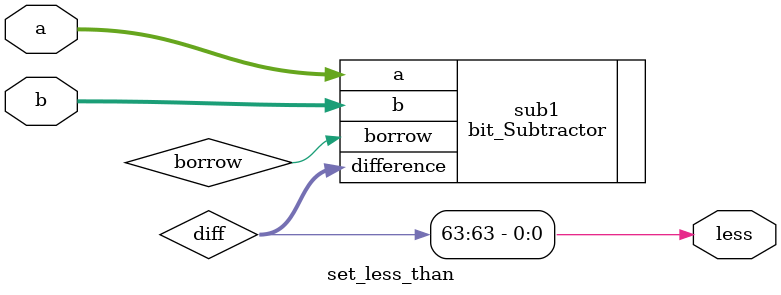
<source format=v>
`ifndef SLT
`define SLT
`include "sub.v"
module set_less_than(input [63:0]a,input [63:0]b,output wire less);
    wire [63:0] diff;
    wire borrow;
    bit_Subtractor sub1(.a(a),.b(b),.difference(diff),.borrow(borrow));
    assign less = diff[63];

endmodule
`endif 
</source>
